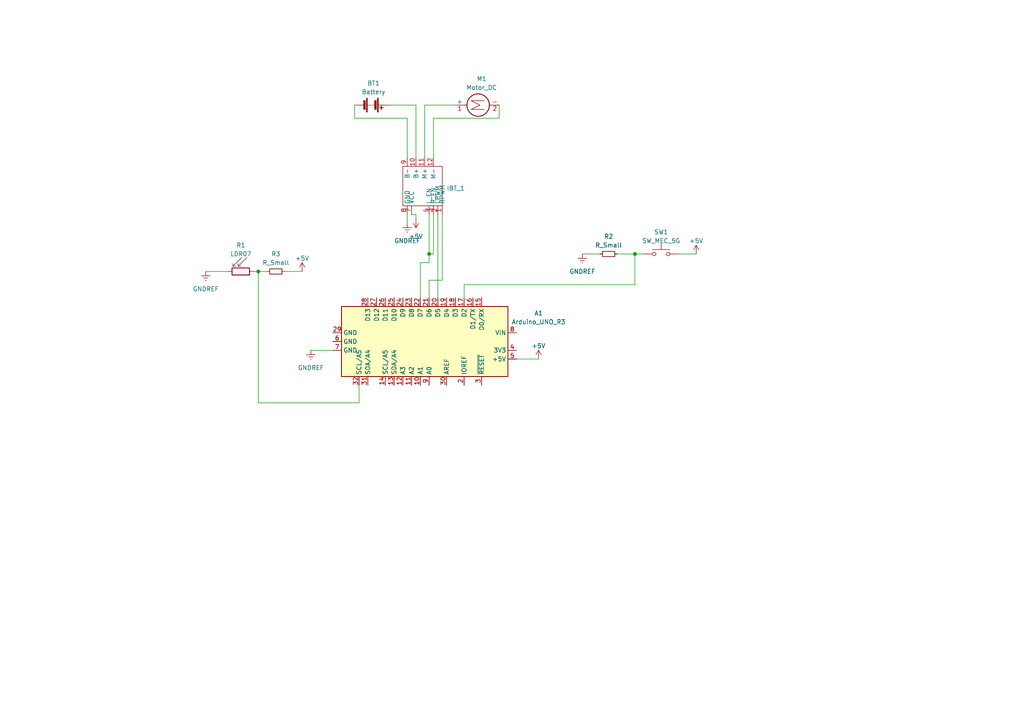
<source format=kicad_sch>
(kicad_sch (version 20230121) (generator eeschema)
  (paper "A4")
  (lib_symbols
    (symbol "Chrills_Lib:IBT_2_Motor_Driver"
      (property "Reference" "IBT_2" (at 5.08 -1.27 0))
      (property "Value" "~" (at -5.08 -3.81 0))
      (symbol "IBT_2_Motor_Driver_0_1"
        (rectangle (start -7.62 6.35) (end 3.81 -5.08))
        (rectangle (start 2.54 -1.27) (end 2.54 -1.27))
      )
      (symbol "IBT_2_Motor_Driver_1_1"
        (pin input line (at 3.81 -7.62 90) (length 2.54) (name "RPWM") (number "1"))
        (pin power_in line (at -3.81 8.89 270) (length 2.54) (name "B+") (number "10"))
        (pin output line (at -1.27 8.89 270) (length 2.54) (name "M+") (number "11"))
        (pin output line (at 1.27 8.89 270) (length 2.54) (name "M-") (number "12"))
        (pin input line (at 2.54 -7.62 90) (length 2.54) (name "LPWM") (number "2"))
        (pin input line (at 1.27 -7.62 90) (length 2.54) (name "R_EN") (number "3"))
        (pin input line (at 0 -7.62 90) (length 2.54) (name "L_EN") (number "4"))
        (pin output line (at -1.27 -7.62 90) (length 2.54) hide (name "R_IS") (number "5"))
        (pin output line (at -2.54 -7.62 90) (length 2.54) hide (name "L_IS") (number "6"))
        (pin power_in line (at -5.08 -7.62 90) (length 2.54) (name "VCC") (number "7"))
        (pin power_in line (at -6.35 -7.62 90) (length 2.54) (name "GND") (number "8"))
        (pin power_in line (at -6.35 8.89 270) (length 2.54) (name "B-") (number "9"))
      )
    )
    (symbol "Device:Battery" (pin_numbers hide) (pin_names (offset 0) hide)
      (property "Reference" "BT" (at 2.54 2.54 0))
      (property "Value" "Battery" (at 2.54 0 0))
      (symbol "Battery_0_1"
        (rectangle (start -2.032 -1.397) (end 2.032 -1.651) (fill (type outline)))
        (rectangle (start -2.032 1.778) (end 2.032 1.524) (fill (type outline)))
        (rectangle (start -1.3208 -1.9812) (end 1.27 -2.4892) (fill (type outline)))
        (rectangle (start -1.3208 1.1938) (end 1.27 0.6858) (fill (type outline)))
        (polyline (pts (xy 0 -1.524) (xy 0 -1.27)))
        (polyline (pts (xy 0 -1.016) (xy 0 -0.762)))
        (polyline (pts (xy 0 -0.508) (xy 0 -0.254)))
        (polyline (pts (xy 0 0) (xy 0 0.254)))
        (polyline (pts (xy 0 0.508) (xy 0 0.762)))
        (polyline (pts (xy 0 1.778) (xy 0 2.54)))
        (polyline (pts (xy 0.254 2.667) (xy 1.27 2.667)) (stroke (width 0.254)))
        (polyline (pts (xy 0.762 3.175) (xy 0.762 2.159)) (stroke (width 0.254)))
      )
      (symbol "Battery_1_1"
        (pin passive line (at 0 5.08 270) (length 2.54) (name "+") (number "1"))
        (pin passive line (at 0 -5.08 90) (length 2.54) (name "-") (number "2"))
      )
    )
    (symbol "Device:R_Small" (pin_numbers hide) (pin_names (offset 0.254) hide)
      (property "Reference" "R" (at 0.762 0.508 0))
      (property "Value" "R_Small" (at 0.762 -1.016 0))
      (symbol "R_Small_0_1"
        (rectangle (start -0.762 1.778) (end 0.762 -1.778) (stroke (width 0.2032)))
      )
      (symbol "R_Small_1_1"
        (pin passive line (at 0 2.54 270) (length 0.762) (name "~") (number "1"))
        (pin passive line (at 0 -2.54 90) (length 0.762) (name "~") (number "2"))
      )
    )
    (symbol "MCU_Module:Arduino_UNO_R3"
      (property "Reference" "A" (at -10.16 23.495 0))
      (property "Value" "Arduino_UNO_R3" (at 5.08 -26.67 0))
      (symbol "Arduino_UNO_R3_0_1"
        (rectangle (start -10.16 22.86) (end 10.16 -25.4) (stroke (width 0.254)) (fill (type background)))
      )
      (symbol "Arduino_UNO_R3_1_1"
        (pin no_connect line (at -10.16 -20.32 0) (length 2.54) hide (name "NC") (number "1"))
        (pin bidirectional line (at 12.7 -2.54 180) (length 2.54) (name "A1") (number "10"))
        (pin bidirectional line (at 12.7 -5.08 180) (length 2.54) (name "A2") (number "11"))
        (pin bidirectional line (at 12.7 -7.62 180) (length 2.54) (name "A3") (number "12"))
        (pin bidirectional line (at 12.7 -10.16 180) (length 2.54) (name "SDA/A4") (number "13"))
        (pin bidirectional line (at 12.7 -12.7 180) (length 2.54) (name "SCL/A5") (number "14"))
        (pin bidirectional line (at -12.7 15.24 0) (length 2.54) (name "D0/RX") (number "15"))
        (pin bidirectional line (at -12.7 12.7 0) (length 2.54) (name "D1/TX") (number "16"))
        (pin bidirectional line (at -12.7 10.16 0) (length 2.54) (name "D2") (number "17"))
        (pin bidirectional line (at -12.7 7.62 0) (length 2.54) (name "D3") (number "18"))
        (pin bidirectional line (at -12.7 5.08 0) (length 2.54) (name "D4") (number "19"))
        (pin output line (at 12.7 10.16 180) (length 2.54) (name "IOREF") (number "2"))
        (pin bidirectional line (at -12.7 2.54 0) (length 2.54) (name "D5") (number "20"))
        (pin bidirectional line (at -12.7 0 0) (length 2.54) (name "D6") (number "21"))
        (pin bidirectional line (at -12.7 -2.54 0) (length 2.54) (name "D7") (number "22"))
        (pin bidirectional line (at -12.7 -5.08 0) (length 2.54) (name "D8") (number "23"))
        (pin bidirectional line (at -12.7 -7.62 0) (length 2.54) (name "D9") (number "24"))
        (pin bidirectional line (at -12.7 -10.16 0) (length 2.54) (name "D10") (number "25"))
        (pin bidirectional line (at -12.7 -12.7 0) (length 2.54) (name "D11") (number "26"))
        (pin bidirectional line (at -12.7 -15.24 0) (length 2.54) (name "D12") (number "27"))
        (pin bidirectional line (at -12.7 -17.78 0) (length 2.54) (name "D13") (number "28"))
        (pin power_in line (at -2.54 -27.94 90) (length 2.54) (name "GND") (number "29"))
        (pin input line (at 12.7 15.24 180) (length 2.54) (name "~{RESET}") (number "3"))
        (pin input line (at 12.7 5.08 180) (length 2.54) (name "AREF") (number "30"))
        (pin bidirectional line (at 12.7 -17.78 180) (length 2.54) (name "SDA/A4") (number "31"))
        (pin bidirectional line (at 12.7 -20.32 180) (length 2.54) (name "SCL/A5") (number "32"))
        (pin power_out line (at 2.54 25.4 270) (length 2.54) (name "3V3") (number "4"))
        (pin power_out line (at 5.08 25.4 270) (length 2.54) (name "+5V") (number "5"))
        (pin power_in line (at 0 -27.94 90) (length 2.54) (name "GND") (number "6"))
        (pin power_in line (at 2.54 -27.94 90) (length 2.54) (name "GND") (number "7"))
        (pin power_in line (at -2.54 25.4 270) (length 2.54) (name "VIN") (number "8"))
        (pin bidirectional line (at 12.7 0 180) (length 2.54) (name "A0") (number "9"))
      )
    )
    (symbol "Motor:Motor_DC" (pin_names (offset 0))
      (property "Reference" "M" (at 2.54 2.54 0))
      (property "Value" "Motor_DC" (at 2.54 -5.08 0))
      (symbol "Motor_DC_0_0"
        (polyline (pts (xy -1.27 -3.302) (xy -1.27 0.508) (xy 0 -2.032) (xy 1.27 0.508) (xy 1.27 -3.302)))
      )
      (symbol "Motor_DC_0_1"
        (circle (center 0 -1.524) (radius 3.2512) (stroke (width 0.254)))
        (polyline (pts (xy 0 -7.62) (xy 0 -7.112)))
        (polyline (pts (xy 0 -4.7752) (xy 0 -5.1816)))
        (polyline (pts (xy 0 1.7272) (xy 0 2.0828)))
        (polyline (pts (xy 0 2.032) (xy 0 2.54)))
      )
      (symbol "Motor_DC_1_1"
        (pin passive line (at 0 5.08 270) (length 2.54) (name "+") (number "1"))
        (pin passive line (at 0 -7.62 90) (length 2.54) (name "-") (number "2"))
      )
    )
    (symbol "Sensor_Optical:LDR07" (pin_numbers hide) (pin_names (offset 0))
      (property "Reference" "R" (at -5.08 0 90))
      (property "Value" "LDR07" (at 1.905 0 90))
      (symbol "LDR07_0_1"
        (rectangle (start -1.016 2.54) (end 1.016 -2.54) (stroke (width 0.254)))
        (polyline (pts (xy -1.524 -2.286) (xy -4.064 0.254)))
        (polyline (pts (xy -1.524 -2.286) (xy -2.286 -2.286)))
        (polyline (pts (xy -1.524 -2.286) (xy -1.524 -1.524)))
        (polyline (pts (xy -1.524 -0.762) (xy -4.064 1.778)))
        (polyline (pts (xy -1.524 -0.762) (xy -2.286 -0.762)))
        (polyline (pts (xy -1.524 -0.762) (xy -1.524 0)))
      )
      (symbol "LDR07_1_1"
        (pin passive line (at 0 3.81 270) (length 1.27) (name "~") (number "1"))
        (pin passive line (at 0 -3.81 90) (length 1.27) (name "~") (number "2"))
      )
    )
    (symbol "Switch:SW_MEC_5G" (pin_numbers hide) (pin_names (offset 1.016) hide)
      (property "Reference" "SW" (at 1.27 2.54 0))
      (property "Value" "SW_MEC_5G" (at 0 -1.524 0))
      (symbol "SW_MEC_5G_0_1"
        (circle (center -2.032 0) (radius 0.508))
        (polyline (pts (xy 0 1.27) (xy 0 3.048)))
        (polyline (pts (xy 2.54 1.27) (xy -2.54 1.27)))
        (circle (center 2.032 0) (radius 0.508))
        (pin passive line (at -5.08 0 0) (length 2.54) (name "A") (number "1"))
        (pin passive line (at 5.08 0 180) (length 2.54) (name "B") (number "3"))
      )
      (symbol "SW_MEC_5G_1_1"
        (pin passive line (at -5.08 0 0) (length 2.54) hide (name "A") (number "2"))
        (pin passive line (at 5.08 0 180) (length 2.54) hide (name "B") (number "4"))
      )
    )
    (symbol "power:+5V" (power) (pin_names (offset 0))
      (property "Value" "+5V" (at 0 3.556 0))
      (symbol "+5V_0_1"
        (polyline (pts (xy -0.762 1.27) (xy 0 2.54)))
        (polyline (pts (xy 0 0) (xy 0 2.54)))
        (polyline (pts (xy 0 2.54) (xy 0.762 1.27)))
      )
      (symbol "+5V_1_1"
        (pin power_in line (at 0 0 90) (length 0) hide (name "+5V") (number "1"))
      )
    )
    (symbol "power:GNDREF" (power) (pin_names (offset 0))
      (property "Value" "GNDREF" (at 0 -3.81 0))
      (symbol "GNDREF_0_1"
        (polyline (pts (xy -0.635 -1.905) (xy 0.635 -1.905)))
        (polyline (pts (xy -0.127 -2.54) (xy 0.127 -2.54)))
        (polyline (pts (xy 0 -1.27) (xy 0 0)))
        (polyline (pts (xy 1.27 -1.27) (xy -1.27 -1.27)))
      )
      (symbol "GNDREF_1_1"
        (pin power_in line (at 0 0 270) (length 0) hide (name "GNDREF") (number "1"))
      )
    )
  )
  (junction (at 184.15 73.66))
  (junction (at 124.46 73.66))
  (junction (at 74.93 78.74))
  (wire (pts (xy 74.93 78.74) (xy 74.93 116.84)))
  (wire (pts (xy 179.07 73.66) (xy 184.15 73.66)))
  (wire (pts (xy 128.27 81.28) (xy 124.46 81.28)))
  (wire (pts (xy 168.91 73.66) (xy 173.99 73.66)))
  (wire (pts (xy 120.65 30.48) (xy 113.03 30.48)))
  (wire (pts (xy 125.73 73.66) (xy 124.46 73.66)))
  (wire (pts (xy 144.78 34.29) (xy 125.73 34.29)))
  (wire (pts (xy 124.46 76.2) (xy 121.92 76.2)))
  (wire (pts (xy 59.69 78.74) (xy 66.04 78.74)))
  (wire (pts (xy 124.46 81.28) (xy 124.46 86.36)))
  (wire (pts (xy 120.65 30.48) (xy 120.65 45.72)))
  (wire (pts (xy 125.73 34.29) (xy 125.73 45.72)))
  (wire (pts (xy 184.15 82.55) (xy 134.62 82.55)))
  (wire (pts (xy 196.85 73.66) (xy 201.93 73.66)))
  (wire (pts (xy 124.46 62.23) (xy 124.46 73.66)))
  (wire (pts (xy 120.65 62.23) (xy 120.65 63.5)))
  (wire (pts (xy 90.17 101.6) (xy 96.52 101.6)))
  (wire (pts (xy 134.62 82.55) (xy 134.62 86.36)))
  (wire (pts (xy 119.38 62.23) (xy 120.65 62.23)))
  (wire (pts (xy 74.93 78.74) (xy 77.47 78.74)))
  (wire (pts (xy 184.15 73.66) (xy 184.15 82.55)))
  (wire (pts (xy 127 62.23) (xy 127 86.36)))
  (wire (pts (xy 144.78 30.48) (xy 144.78 34.29)))
  (wire (pts (xy 121.92 76.2) (xy 121.92 86.36)))
  (wire (pts (xy 82.55 78.74) (xy 87.63 78.74)))
  (wire (pts (xy 74.93 116.84) (xy 104.14 116.84)))
  (wire (pts (xy 102.87 30.48) (xy 102.87 34.29)))
  (wire (pts (xy 132.08 30.48) (xy 123.19 30.48)))
  (wire (pts (xy 118.11 62.23) (xy 118.11 64.77)))
  (wire (pts (xy 124.46 73.66) (xy 124.46 76.2)))
  (wire (pts (xy 149.86 104.14) (xy 156.21 104.14)))
  (wire (pts (xy 73.66 78.74) (xy 74.93 78.74)))
  (wire (pts (xy 118.11 34.29) (xy 118.11 45.72)))
  (wire (pts (xy 128.27 62.23) (xy 128.27 81.28)))
  (wire (pts (xy 104.14 116.84) (xy 104.14 111.76)))
  (wire (pts (xy 125.73 62.23) (xy 125.73 73.66)))
  (wire (pts (xy 102.87 34.29) (xy 118.11 34.29)))
  (wire (pts (xy 184.15 73.66) (xy 186.69 73.66)))
  (wire (pts (xy 123.19 30.48) (xy 123.19 45.72)))
  (symbol (lib_id "power:+5V") (at 201.93 73.66 0) (unit 1)
    (property "Reference" "#PWR07" (effects hide))
    (property "Value" "+5V" (at 201.93 69.85 0))
  )
  (symbol (lib_id "power:+5V") (at 120.65 63.5 180) (unit 1)
    (property "Reference" "#PWR06" (effects hide))
    (property "Value" "+5V" (at 120.65 68.58 0))
  )
  (symbol (lib_id "power:GNDREF") (at 59.69 78.74 0) (unit 1)
    (property "Reference" "#PWR01" (effects hide))
    (property "Value" "GNDREF" (at 59.69 83.82 0))
  )
  (symbol (lib_id "Sensor_Optical:LDR07") (at 69.85 78.74 270) (unit 1)
    (property "Reference" "R1" (at 69.85 71.12 90))
    (property "Value" "LDR07" (at 69.85 73.66 90))
    (property "Footprint" "OptoDevice:R_LDR_5.1x4.3mm_P3.4mm_Vertical" (effects hide))
    (property "Datasheet" "http://www.tme.eu/de/Document/f2e3ad76a925811312d226c31da4cd7e/LDR07.pdf" (effects hide))
  )
  (symbol (lib_id "Device:R_Small") (at 80.01 78.74 270) (unit 1)
    (property "Reference" "R3" (at 80.01 73.66 90))
    (property "Value" "R_Small" (at 80.01 76.2 90))
  )
  (symbol (lib_id "power:GNDREF") (at 118.11 64.77 0) (unit 1)
    (property "Reference" "#PWR05" (effects hide))
    (property "Value" "GNDREF" (at 118.11 69.85 0))
  )
  (symbol (lib_id "power:GNDREF") (at 168.91 73.66 0) (unit 1)
    (property "Reference" "#PWR08" (effects hide))
    (property "Value" "GNDREF" (at 168.91 78.74 0))
  )
  (symbol (lib_id "power:+5V") (at 87.63 78.74 0) (unit 1)
    (property "Reference" "#PWR02" (effects hide))
    (property "Value" "+5V" (at 87.63 74.93 0))
  )
  (symbol (lib_id "Switch:SW_MEC_5G") (at 191.77 73.66 0) (unit 1)
    (property "Reference" "SW1" (at 191.77 67.31 0))
    (property "Value" "SW_MEC_5G" (at 191.77 69.85 0))
    (property "Datasheet" "http://www.apem.com/int/index.php?controller=attachment&id_attachment=488" (effects hide))
  )
  (symbol (lib_id "Motor:Motor_DC") (at 137.16 30.48 90) (unit 1)
    (property "Reference" "M1" (at 139.7 22.86 90))
    (property "Value" "Motor_DC" (at 139.7 25.4 90))
  )
  (symbol (lib_id "power:GNDREF") (at 90.17 101.6 0) (unit 1)
    (property "Reference" "#PWR04" (effects hide))
    (property "Value" "GNDREF" (at 90.17 106.68 0))
  )
  (symbol (lib_id "power:+5V") (at 156.21 104.14 0) (unit 1)
    (property "Reference" "#PWR03" (effects hide))
    (property "Value" "+5V" (at 156.21 100.33 0))
  )
  (symbol (lib_id "MCU_Module:Arduino_UNO_R3") (at 124.46 99.06 270) (unit 1)
    (property "Reference" "A1" (at 156.21 90.8303 90))
    (property "Value" "Arduino_UNO_R3" (at 156.21 93.3703 90))
    (property "Footprint" "Module:Arduino_UNO_R3" (effects hide))
    (property "Datasheet" "https://www.arduino.cc/en/Main/arduinoBoardUno" (effects hide))
  )
  (symbol (lib_id "Chrills_Lib:IBT_2_Motor_Driver") (at 124.46 54.61 0) (unit 1)
    (property "Reference" "IBT_1" (at 129.54 54.61 0) (effects (justify left)))
    (property "Value" "~" (at 119.38 58.42 0))
  )
  (symbol (lib_id "Device:R_Small") (at 176.53 73.66 90) (unit 1)
    (property "Reference" "R2" (at 176.53 68.58 90))
    (property "Value" "R_Small" (at 176.53 71.12 90))
  )
  (symbol (lib_id "Device:Battery") (at 107.95 30.48 270) (unit 1)
    (property "Reference" "BT1" (at 108.331 24.13 90))
    (property "Value" "Battery" (at 108.331 26.67 90))
  )
)
</source>
